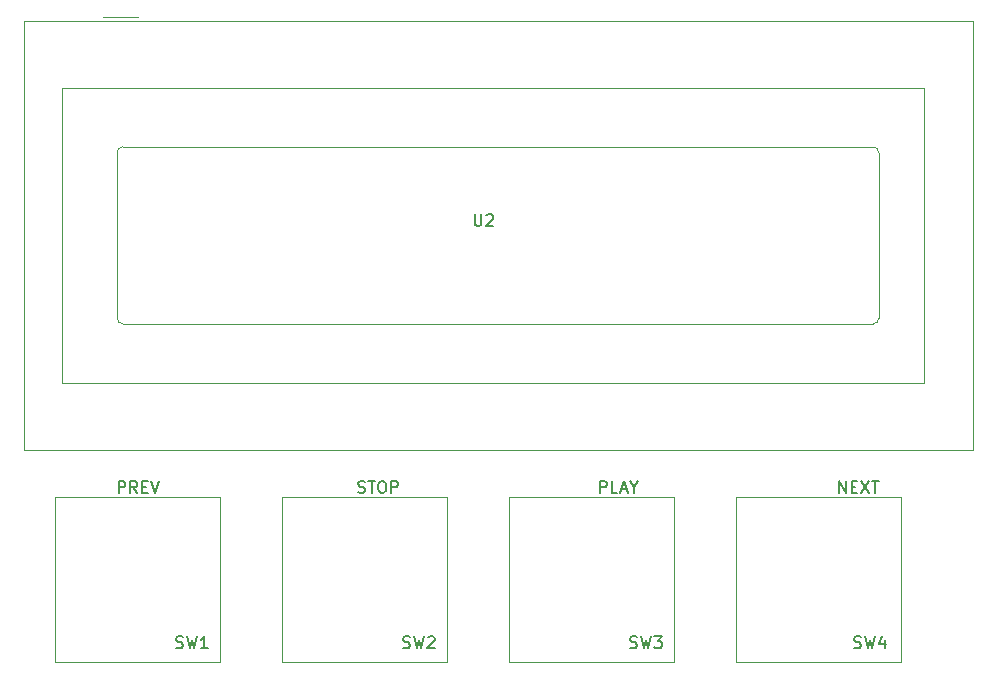
<source format=gbr>
%TF.GenerationSoftware,KiCad,Pcbnew,7.0.1*%
%TF.CreationDate,2024-03-20T11:55:58+03:00*%
%TF.ProjectId,TZXDuino,545a5844-7569-46e6-9f2e-6b696361645f,rev?*%
%TF.SameCoordinates,Original*%
%TF.FileFunction,Legend,Top*%
%TF.FilePolarity,Positive*%
%FSLAX46Y46*%
G04 Gerber Fmt 4.6, Leading zero omitted, Abs format (unit mm)*
G04 Created by KiCad (PCBNEW 7.0.1) date 2024-03-20 11:55:58*
%MOMM*%
%LPD*%
G01*
G04 APERTURE LIST*
%ADD10C,0.150000*%
%ADD11C,0.120000*%
G04 APERTURE END LIST*
D10*
X96299543Y-106888619D02*
X96299543Y-105888619D01*
X96299543Y-105888619D02*
X96680495Y-105888619D01*
X96680495Y-105888619D02*
X96775733Y-105936238D01*
X96775733Y-105936238D02*
X96823352Y-105983857D01*
X96823352Y-105983857D02*
X96870971Y-106079095D01*
X96870971Y-106079095D02*
X96870971Y-106221952D01*
X96870971Y-106221952D02*
X96823352Y-106317190D01*
X96823352Y-106317190D02*
X96775733Y-106364809D01*
X96775733Y-106364809D02*
X96680495Y-106412428D01*
X96680495Y-106412428D02*
X96299543Y-106412428D01*
X97870971Y-106888619D02*
X97537638Y-106412428D01*
X97299543Y-106888619D02*
X97299543Y-105888619D01*
X97299543Y-105888619D02*
X97680495Y-105888619D01*
X97680495Y-105888619D02*
X97775733Y-105936238D01*
X97775733Y-105936238D02*
X97823352Y-105983857D01*
X97823352Y-105983857D02*
X97870971Y-106079095D01*
X97870971Y-106079095D02*
X97870971Y-106221952D01*
X97870971Y-106221952D02*
X97823352Y-106317190D01*
X97823352Y-106317190D02*
X97775733Y-106364809D01*
X97775733Y-106364809D02*
X97680495Y-106412428D01*
X97680495Y-106412428D02*
X97299543Y-106412428D01*
X98299543Y-106364809D02*
X98632876Y-106364809D01*
X98775733Y-106888619D02*
X98299543Y-106888619D01*
X98299543Y-106888619D02*
X98299543Y-105888619D01*
X98299543Y-105888619D02*
X98775733Y-105888619D01*
X99061448Y-105888619D02*
X99394781Y-106888619D01*
X99394781Y-106888619D02*
X99728114Y-105888619D01*
X116571924Y-106841000D02*
X116714781Y-106888619D01*
X116714781Y-106888619D02*
X116952876Y-106888619D01*
X116952876Y-106888619D02*
X117048114Y-106841000D01*
X117048114Y-106841000D02*
X117095733Y-106793380D01*
X117095733Y-106793380D02*
X117143352Y-106698142D01*
X117143352Y-106698142D02*
X117143352Y-106602904D01*
X117143352Y-106602904D02*
X117095733Y-106507666D01*
X117095733Y-106507666D02*
X117048114Y-106460047D01*
X117048114Y-106460047D02*
X116952876Y-106412428D01*
X116952876Y-106412428D02*
X116762400Y-106364809D01*
X116762400Y-106364809D02*
X116667162Y-106317190D01*
X116667162Y-106317190D02*
X116619543Y-106269571D01*
X116619543Y-106269571D02*
X116571924Y-106174333D01*
X116571924Y-106174333D02*
X116571924Y-106079095D01*
X116571924Y-106079095D02*
X116619543Y-105983857D01*
X116619543Y-105983857D02*
X116667162Y-105936238D01*
X116667162Y-105936238D02*
X116762400Y-105888619D01*
X116762400Y-105888619D02*
X117000495Y-105888619D01*
X117000495Y-105888619D02*
X117143352Y-105936238D01*
X117429067Y-105888619D02*
X118000495Y-105888619D01*
X117714781Y-106888619D02*
X117714781Y-105888619D01*
X118524305Y-105888619D02*
X118714781Y-105888619D01*
X118714781Y-105888619D02*
X118810019Y-105936238D01*
X118810019Y-105936238D02*
X118905257Y-106031476D01*
X118905257Y-106031476D02*
X118952876Y-106221952D01*
X118952876Y-106221952D02*
X118952876Y-106555285D01*
X118952876Y-106555285D02*
X118905257Y-106745761D01*
X118905257Y-106745761D02*
X118810019Y-106841000D01*
X118810019Y-106841000D02*
X118714781Y-106888619D01*
X118714781Y-106888619D02*
X118524305Y-106888619D01*
X118524305Y-106888619D02*
X118429067Y-106841000D01*
X118429067Y-106841000D02*
X118333829Y-106745761D01*
X118333829Y-106745761D02*
X118286210Y-106555285D01*
X118286210Y-106555285D02*
X118286210Y-106221952D01*
X118286210Y-106221952D02*
X118333829Y-106031476D01*
X118333829Y-106031476D02*
X118429067Y-105936238D01*
X118429067Y-105936238D02*
X118524305Y-105888619D01*
X119381448Y-106888619D02*
X119381448Y-105888619D01*
X119381448Y-105888619D02*
X119762400Y-105888619D01*
X119762400Y-105888619D02*
X119857638Y-105936238D01*
X119857638Y-105936238D02*
X119905257Y-105983857D01*
X119905257Y-105983857D02*
X119952876Y-106079095D01*
X119952876Y-106079095D02*
X119952876Y-106221952D01*
X119952876Y-106221952D02*
X119905257Y-106317190D01*
X119905257Y-106317190D02*
X119857638Y-106364809D01*
X119857638Y-106364809D02*
X119762400Y-106412428D01*
X119762400Y-106412428D02*
X119381448Y-106412428D01*
X137058590Y-106888619D02*
X137058590Y-105888619D01*
X137058590Y-105888619D02*
X137439542Y-105888619D01*
X137439542Y-105888619D02*
X137534780Y-105936238D01*
X137534780Y-105936238D02*
X137582399Y-105983857D01*
X137582399Y-105983857D02*
X137630018Y-106079095D01*
X137630018Y-106079095D02*
X137630018Y-106221952D01*
X137630018Y-106221952D02*
X137582399Y-106317190D01*
X137582399Y-106317190D02*
X137534780Y-106364809D01*
X137534780Y-106364809D02*
X137439542Y-106412428D01*
X137439542Y-106412428D02*
X137058590Y-106412428D01*
X138534780Y-106888619D02*
X138058590Y-106888619D01*
X138058590Y-106888619D02*
X138058590Y-105888619D01*
X138820495Y-106602904D02*
X139296685Y-106602904D01*
X138725257Y-106888619D02*
X139058590Y-105888619D01*
X139058590Y-105888619D02*
X139391923Y-106888619D01*
X139915733Y-106412428D02*
X139915733Y-106888619D01*
X139582400Y-105888619D02*
X139915733Y-106412428D01*
X139915733Y-106412428D02*
X140249066Y-105888619D01*
X157307162Y-106888619D02*
X157307162Y-105888619D01*
X157307162Y-105888619D02*
X157878590Y-106888619D01*
X157878590Y-106888619D02*
X157878590Y-105888619D01*
X158354781Y-106364809D02*
X158688114Y-106364809D01*
X158830971Y-106888619D02*
X158354781Y-106888619D01*
X158354781Y-106888619D02*
X158354781Y-105888619D01*
X158354781Y-105888619D02*
X158830971Y-105888619D01*
X159164305Y-105888619D02*
X159830971Y-106888619D01*
X159830971Y-105888619D02*
X159164305Y-106888619D01*
X160069067Y-105888619D02*
X160640495Y-105888619D01*
X160354781Y-106888619D02*
X160354781Y-105888619D01*
%TO.C,SW4*%
X158579667Y-119989000D02*
X158722524Y-120036619D01*
X158722524Y-120036619D02*
X158960619Y-120036619D01*
X158960619Y-120036619D02*
X159055857Y-119989000D01*
X159055857Y-119989000D02*
X159103476Y-119941380D01*
X159103476Y-119941380D02*
X159151095Y-119846142D01*
X159151095Y-119846142D02*
X159151095Y-119750904D01*
X159151095Y-119750904D02*
X159103476Y-119655666D01*
X159103476Y-119655666D02*
X159055857Y-119608047D01*
X159055857Y-119608047D02*
X158960619Y-119560428D01*
X158960619Y-119560428D02*
X158770143Y-119512809D01*
X158770143Y-119512809D02*
X158674905Y-119465190D01*
X158674905Y-119465190D02*
X158627286Y-119417571D01*
X158627286Y-119417571D02*
X158579667Y-119322333D01*
X158579667Y-119322333D02*
X158579667Y-119227095D01*
X158579667Y-119227095D02*
X158627286Y-119131857D01*
X158627286Y-119131857D02*
X158674905Y-119084238D01*
X158674905Y-119084238D02*
X158770143Y-119036619D01*
X158770143Y-119036619D02*
X159008238Y-119036619D01*
X159008238Y-119036619D02*
X159151095Y-119084238D01*
X159484429Y-119036619D02*
X159722524Y-120036619D01*
X159722524Y-120036619D02*
X159913000Y-119322333D01*
X159913000Y-119322333D02*
X160103476Y-120036619D01*
X160103476Y-120036619D02*
X160341572Y-119036619D01*
X161151095Y-119369952D02*
X161151095Y-120036619D01*
X160913000Y-118989000D02*
X160674905Y-119703285D01*
X160674905Y-119703285D02*
X161293952Y-119703285D01*
%TO.C,SW3*%
X139616167Y-119989000D02*
X139759024Y-120036619D01*
X139759024Y-120036619D02*
X139997119Y-120036619D01*
X139997119Y-120036619D02*
X140092357Y-119989000D01*
X140092357Y-119989000D02*
X140139976Y-119941380D01*
X140139976Y-119941380D02*
X140187595Y-119846142D01*
X140187595Y-119846142D02*
X140187595Y-119750904D01*
X140187595Y-119750904D02*
X140139976Y-119655666D01*
X140139976Y-119655666D02*
X140092357Y-119608047D01*
X140092357Y-119608047D02*
X139997119Y-119560428D01*
X139997119Y-119560428D02*
X139806643Y-119512809D01*
X139806643Y-119512809D02*
X139711405Y-119465190D01*
X139711405Y-119465190D02*
X139663786Y-119417571D01*
X139663786Y-119417571D02*
X139616167Y-119322333D01*
X139616167Y-119322333D02*
X139616167Y-119227095D01*
X139616167Y-119227095D02*
X139663786Y-119131857D01*
X139663786Y-119131857D02*
X139711405Y-119084238D01*
X139711405Y-119084238D02*
X139806643Y-119036619D01*
X139806643Y-119036619D02*
X140044738Y-119036619D01*
X140044738Y-119036619D02*
X140187595Y-119084238D01*
X140520929Y-119036619D02*
X140759024Y-120036619D01*
X140759024Y-120036619D02*
X140949500Y-119322333D01*
X140949500Y-119322333D02*
X141139976Y-120036619D01*
X141139976Y-120036619D02*
X141378072Y-119036619D01*
X141663786Y-119036619D02*
X142282833Y-119036619D01*
X142282833Y-119036619D02*
X141949500Y-119417571D01*
X141949500Y-119417571D02*
X142092357Y-119417571D01*
X142092357Y-119417571D02*
X142187595Y-119465190D01*
X142187595Y-119465190D02*
X142235214Y-119512809D01*
X142235214Y-119512809D02*
X142282833Y-119608047D01*
X142282833Y-119608047D02*
X142282833Y-119846142D01*
X142282833Y-119846142D02*
X142235214Y-119941380D01*
X142235214Y-119941380D02*
X142187595Y-119989000D01*
X142187595Y-119989000D02*
X142092357Y-120036619D01*
X142092357Y-120036619D02*
X141806643Y-120036619D01*
X141806643Y-120036619D02*
X141711405Y-119989000D01*
X141711405Y-119989000D02*
X141663786Y-119941380D01*
%TO.C,SW2*%
X120398567Y-119989000D02*
X120541424Y-120036619D01*
X120541424Y-120036619D02*
X120779519Y-120036619D01*
X120779519Y-120036619D02*
X120874757Y-119989000D01*
X120874757Y-119989000D02*
X120922376Y-119941380D01*
X120922376Y-119941380D02*
X120969995Y-119846142D01*
X120969995Y-119846142D02*
X120969995Y-119750904D01*
X120969995Y-119750904D02*
X120922376Y-119655666D01*
X120922376Y-119655666D02*
X120874757Y-119608047D01*
X120874757Y-119608047D02*
X120779519Y-119560428D01*
X120779519Y-119560428D02*
X120589043Y-119512809D01*
X120589043Y-119512809D02*
X120493805Y-119465190D01*
X120493805Y-119465190D02*
X120446186Y-119417571D01*
X120446186Y-119417571D02*
X120398567Y-119322333D01*
X120398567Y-119322333D02*
X120398567Y-119227095D01*
X120398567Y-119227095D02*
X120446186Y-119131857D01*
X120446186Y-119131857D02*
X120493805Y-119084238D01*
X120493805Y-119084238D02*
X120589043Y-119036619D01*
X120589043Y-119036619D02*
X120827138Y-119036619D01*
X120827138Y-119036619D02*
X120969995Y-119084238D01*
X121303329Y-119036619D02*
X121541424Y-120036619D01*
X121541424Y-120036619D02*
X121731900Y-119322333D01*
X121731900Y-119322333D02*
X121922376Y-120036619D01*
X121922376Y-120036619D02*
X122160472Y-119036619D01*
X122493805Y-119131857D02*
X122541424Y-119084238D01*
X122541424Y-119084238D02*
X122636662Y-119036619D01*
X122636662Y-119036619D02*
X122874757Y-119036619D01*
X122874757Y-119036619D02*
X122969995Y-119084238D01*
X122969995Y-119084238D02*
X123017614Y-119131857D01*
X123017614Y-119131857D02*
X123065233Y-119227095D01*
X123065233Y-119227095D02*
X123065233Y-119322333D01*
X123065233Y-119322333D02*
X123017614Y-119465190D01*
X123017614Y-119465190D02*
X122446186Y-120036619D01*
X122446186Y-120036619D02*
X123065233Y-120036619D01*
%TO.C,SW1*%
X101181067Y-119989000D02*
X101323924Y-120036619D01*
X101323924Y-120036619D02*
X101562019Y-120036619D01*
X101562019Y-120036619D02*
X101657257Y-119989000D01*
X101657257Y-119989000D02*
X101704876Y-119941380D01*
X101704876Y-119941380D02*
X101752495Y-119846142D01*
X101752495Y-119846142D02*
X101752495Y-119750904D01*
X101752495Y-119750904D02*
X101704876Y-119655666D01*
X101704876Y-119655666D02*
X101657257Y-119608047D01*
X101657257Y-119608047D02*
X101562019Y-119560428D01*
X101562019Y-119560428D02*
X101371543Y-119512809D01*
X101371543Y-119512809D02*
X101276305Y-119465190D01*
X101276305Y-119465190D02*
X101228686Y-119417571D01*
X101228686Y-119417571D02*
X101181067Y-119322333D01*
X101181067Y-119322333D02*
X101181067Y-119227095D01*
X101181067Y-119227095D02*
X101228686Y-119131857D01*
X101228686Y-119131857D02*
X101276305Y-119084238D01*
X101276305Y-119084238D02*
X101371543Y-119036619D01*
X101371543Y-119036619D02*
X101609638Y-119036619D01*
X101609638Y-119036619D02*
X101752495Y-119084238D01*
X102085829Y-119036619D02*
X102323924Y-120036619D01*
X102323924Y-120036619D02*
X102514400Y-119322333D01*
X102514400Y-119322333D02*
X102704876Y-120036619D01*
X102704876Y-120036619D02*
X102942972Y-119036619D01*
X103847733Y-120036619D02*
X103276305Y-120036619D01*
X103562019Y-120036619D02*
X103562019Y-119036619D01*
X103562019Y-119036619D02*
X103466781Y-119179476D01*
X103466781Y-119179476D02*
X103371543Y-119274714D01*
X103371543Y-119274714D02*
X103276305Y-119322333D01*
%TO.C,U2*%
X126441295Y-83282619D02*
X126441295Y-84092142D01*
X126441295Y-84092142D02*
X126488914Y-84187380D01*
X126488914Y-84187380D02*
X126536533Y-84235000D01*
X126536533Y-84235000D02*
X126631771Y-84282619D01*
X126631771Y-84282619D02*
X126822247Y-84282619D01*
X126822247Y-84282619D02*
X126917485Y-84235000D01*
X126917485Y-84235000D02*
X126965104Y-84187380D01*
X126965104Y-84187380D02*
X127012723Y-84092142D01*
X127012723Y-84092142D02*
X127012723Y-83282619D01*
X127441295Y-83377857D02*
X127488914Y-83330238D01*
X127488914Y-83330238D02*
X127584152Y-83282619D01*
X127584152Y-83282619D02*
X127822247Y-83282619D01*
X127822247Y-83282619D02*
X127917485Y-83330238D01*
X127917485Y-83330238D02*
X127965104Y-83377857D01*
X127965104Y-83377857D02*
X128012723Y-83473095D01*
X128012723Y-83473095D02*
X128012723Y-83568333D01*
X128012723Y-83568333D02*
X127965104Y-83711190D01*
X127965104Y-83711190D02*
X127393676Y-84282619D01*
X127393676Y-84282619D02*
X128012723Y-84282619D01*
D11*
%TO.C,SW4*%
X148610000Y-107255000D02*
X162580000Y-107255000D01*
X148610000Y-121225000D02*
X148610000Y-107255000D01*
X162580000Y-107255000D02*
X162580000Y-121225000D01*
X162580000Y-121225000D02*
X148610000Y-121225000D01*
%TO.C,SW3*%
X143362500Y-121225000D02*
X129392500Y-121225000D01*
X143362500Y-107255000D02*
X143362500Y-121225000D01*
X129392500Y-121225000D02*
X129392500Y-107255000D01*
X129392500Y-107255000D02*
X143362500Y-107255000D01*
%TO.C,SW2*%
X110174900Y-107255000D02*
X124144900Y-107255000D01*
X110174900Y-121225000D02*
X110174900Y-107255000D01*
X124144900Y-107255000D02*
X124144900Y-121225000D01*
X124144900Y-121225000D02*
X110174900Y-121225000D01*
%TO.C,SW1*%
X90957400Y-107255000D02*
X104927400Y-107255000D01*
X90957400Y-121225000D02*
X90957400Y-107255000D01*
X104927400Y-107255000D02*
X104927400Y-121225000D01*
X104927400Y-121225000D02*
X90957400Y-121225000D01*
%TO.C,U2*%
X88329200Y-66956000D02*
X88329200Y-103236000D01*
X88329200Y-103236000D02*
X168609200Y-103236000D01*
X88339200Y-66956000D02*
X89129200Y-66956000D01*
X91469200Y-72596000D02*
X164469200Y-72596000D01*
X91469200Y-97596000D02*
X91469200Y-72596000D01*
X94969200Y-66596000D02*
X97969200Y-66596000D01*
X96169480Y-92095320D02*
X96169480Y-78096000D01*
X96669200Y-77596000D02*
X160169200Y-77596000D01*
X160169860Y-92596000D02*
X96669200Y-92596000D01*
X160669200Y-78096000D02*
X160669200Y-92096000D01*
X164469200Y-72596000D02*
X164469200Y-97596000D01*
X164469200Y-97596000D02*
X91469200Y-97596000D01*
X168609200Y-66956000D02*
X89129200Y-66956000D01*
X168609200Y-103236000D02*
X168609200Y-66956000D01*
X96669860Y-77594460D02*
G75*
G03*
X96169480Y-78094840I0J-500380D01*
G01*
X96169480Y-92095320D02*
G75*
G03*
X96669860Y-92595700I500380J0D01*
G01*
X160669200Y-78096000D02*
G75*
G03*
X160169200Y-77596000I-500000J0D01*
G01*
X160169860Y-92595740D02*
G75*
G03*
X160670240Y-92095320I-60J500440D01*
G01*
%TD*%
M02*

</source>
